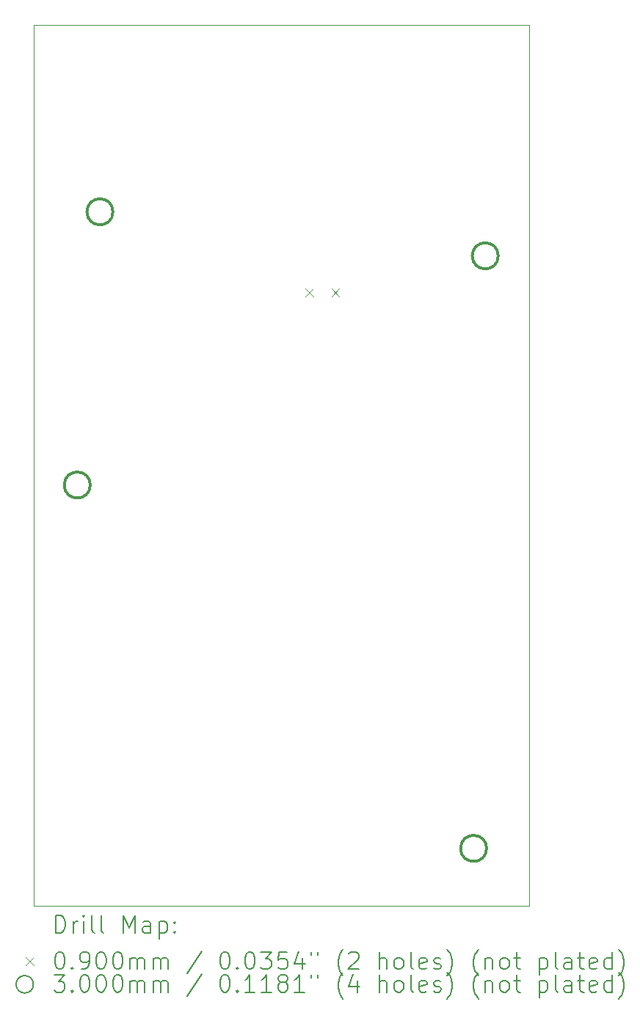
<source format=gbr>
%TF.GenerationSoftware,KiCad,Pcbnew,(6.0.7)*%
%TF.CreationDate,2023-04-24T09:07:53-07:00*%
%TF.ProjectId,OBC-Attempt-2,4f42432d-4174-4746-956d-70742d322e6b,rev?*%
%TF.SameCoordinates,Original*%
%TF.FileFunction,Drillmap*%
%TF.FilePolarity,Positive*%
%FSLAX45Y45*%
G04 Gerber Fmt 4.5, Leading zero omitted, Abs format (unit mm)*
G04 Created by KiCad (PCBNEW (6.0.7)) date 2023-04-24 09:07:53*
%MOMM*%
%LPD*%
G01*
G04 APERTURE LIST*
%ADD10C,0.100000*%
%ADD11C,0.200000*%
%ADD12C,0.090000*%
%ADD13C,0.300000*%
G04 APERTURE END LIST*
D10*
X2540000Y-2540000D02*
X8255000Y-2540000D01*
X8255000Y-2540000D02*
X8255000Y-12700000D01*
X8255000Y-12700000D02*
X2540000Y-12700000D01*
X2540000Y-12700000D02*
X2540000Y-2540000D01*
D11*
D12*
X5674460Y-5584520D02*
X5764460Y-5674520D01*
X5764460Y-5584520D02*
X5674460Y-5674520D01*
X5974460Y-5584520D02*
X6064460Y-5674520D01*
X6064460Y-5584520D02*
X5974460Y-5674520D01*
D13*
X3190340Y-7850040D02*
G75*
G03*
X3190340Y-7850040I-150000J0D01*
G01*
X3452000Y-4699000D02*
G75*
G03*
X3452000Y-4699000I-150000J0D01*
G01*
X7762340Y-12041040D02*
G75*
G03*
X7762340Y-12041040I-150000J0D01*
G01*
X7897000Y-5207000D02*
G75*
G03*
X7897000Y-5207000I-150000J0D01*
G01*
D11*
X2792619Y-13015476D02*
X2792619Y-12815476D01*
X2840238Y-12815476D01*
X2868809Y-12825000D01*
X2887857Y-12844048D01*
X2897381Y-12863095D01*
X2906905Y-12901190D01*
X2906905Y-12929762D01*
X2897381Y-12967857D01*
X2887857Y-12986905D01*
X2868809Y-13005952D01*
X2840238Y-13015476D01*
X2792619Y-13015476D01*
X2992619Y-13015476D02*
X2992619Y-12882143D01*
X2992619Y-12920238D02*
X3002143Y-12901190D01*
X3011667Y-12891667D01*
X3030714Y-12882143D01*
X3049762Y-12882143D01*
X3116428Y-13015476D02*
X3116428Y-12882143D01*
X3116428Y-12815476D02*
X3106905Y-12825000D01*
X3116428Y-12834524D01*
X3125952Y-12825000D01*
X3116428Y-12815476D01*
X3116428Y-12834524D01*
X3240238Y-13015476D02*
X3221190Y-13005952D01*
X3211667Y-12986905D01*
X3211667Y-12815476D01*
X3345000Y-13015476D02*
X3325952Y-13005952D01*
X3316428Y-12986905D01*
X3316428Y-12815476D01*
X3573571Y-13015476D02*
X3573571Y-12815476D01*
X3640238Y-12958333D01*
X3706905Y-12815476D01*
X3706905Y-13015476D01*
X3887857Y-13015476D02*
X3887857Y-12910714D01*
X3878333Y-12891667D01*
X3859286Y-12882143D01*
X3821190Y-12882143D01*
X3802143Y-12891667D01*
X3887857Y-13005952D02*
X3868809Y-13015476D01*
X3821190Y-13015476D01*
X3802143Y-13005952D01*
X3792619Y-12986905D01*
X3792619Y-12967857D01*
X3802143Y-12948809D01*
X3821190Y-12939286D01*
X3868809Y-12939286D01*
X3887857Y-12929762D01*
X3983095Y-12882143D02*
X3983095Y-13082143D01*
X3983095Y-12891667D02*
X4002143Y-12882143D01*
X4040238Y-12882143D01*
X4059286Y-12891667D01*
X4068809Y-12901190D01*
X4078333Y-12920238D01*
X4078333Y-12977381D01*
X4068809Y-12996428D01*
X4059286Y-13005952D01*
X4040238Y-13015476D01*
X4002143Y-13015476D01*
X3983095Y-13005952D01*
X4164048Y-12996428D02*
X4173571Y-13005952D01*
X4164048Y-13015476D01*
X4154524Y-13005952D01*
X4164048Y-12996428D01*
X4164048Y-13015476D01*
X4164048Y-12891667D02*
X4173571Y-12901190D01*
X4164048Y-12910714D01*
X4154524Y-12901190D01*
X4164048Y-12891667D01*
X4164048Y-12910714D01*
D12*
X2445000Y-13300000D02*
X2535000Y-13390000D01*
X2535000Y-13300000D02*
X2445000Y-13390000D01*
D11*
X2830714Y-13235476D02*
X2849762Y-13235476D01*
X2868809Y-13245000D01*
X2878333Y-13254524D01*
X2887857Y-13273571D01*
X2897381Y-13311667D01*
X2897381Y-13359286D01*
X2887857Y-13397381D01*
X2878333Y-13416428D01*
X2868809Y-13425952D01*
X2849762Y-13435476D01*
X2830714Y-13435476D01*
X2811667Y-13425952D01*
X2802143Y-13416428D01*
X2792619Y-13397381D01*
X2783095Y-13359286D01*
X2783095Y-13311667D01*
X2792619Y-13273571D01*
X2802143Y-13254524D01*
X2811667Y-13245000D01*
X2830714Y-13235476D01*
X2983095Y-13416428D02*
X2992619Y-13425952D01*
X2983095Y-13435476D01*
X2973571Y-13425952D01*
X2983095Y-13416428D01*
X2983095Y-13435476D01*
X3087857Y-13435476D02*
X3125952Y-13435476D01*
X3145000Y-13425952D01*
X3154524Y-13416428D01*
X3173571Y-13387857D01*
X3183095Y-13349762D01*
X3183095Y-13273571D01*
X3173571Y-13254524D01*
X3164048Y-13245000D01*
X3145000Y-13235476D01*
X3106905Y-13235476D01*
X3087857Y-13245000D01*
X3078333Y-13254524D01*
X3068809Y-13273571D01*
X3068809Y-13321190D01*
X3078333Y-13340238D01*
X3087857Y-13349762D01*
X3106905Y-13359286D01*
X3145000Y-13359286D01*
X3164048Y-13349762D01*
X3173571Y-13340238D01*
X3183095Y-13321190D01*
X3306905Y-13235476D02*
X3325952Y-13235476D01*
X3345000Y-13245000D01*
X3354524Y-13254524D01*
X3364048Y-13273571D01*
X3373571Y-13311667D01*
X3373571Y-13359286D01*
X3364048Y-13397381D01*
X3354524Y-13416428D01*
X3345000Y-13425952D01*
X3325952Y-13435476D01*
X3306905Y-13435476D01*
X3287857Y-13425952D01*
X3278333Y-13416428D01*
X3268809Y-13397381D01*
X3259286Y-13359286D01*
X3259286Y-13311667D01*
X3268809Y-13273571D01*
X3278333Y-13254524D01*
X3287857Y-13245000D01*
X3306905Y-13235476D01*
X3497381Y-13235476D02*
X3516428Y-13235476D01*
X3535476Y-13245000D01*
X3545000Y-13254524D01*
X3554524Y-13273571D01*
X3564048Y-13311667D01*
X3564048Y-13359286D01*
X3554524Y-13397381D01*
X3545000Y-13416428D01*
X3535476Y-13425952D01*
X3516428Y-13435476D01*
X3497381Y-13435476D01*
X3478333Y-13425952D01*
X3468809Y-13416428D01*
X3459286Y-13397381D01*
X3449762Y-13359286D01*
X3449762Y-13311667D01*
X3459286Y-13273571D01*
X3468809Y-13254524D01*
X3478333Y-13245000D01*
X3497381Y-13235476D01*
X3649762Y-13435476D02*
X3649762Y-13302143D01*
X3649762Y-13321190D02*
X3659286Y-13311667D01*
X3678333Y-13302143D01*
X3706905Y-13302143D01*
X3725952Y-13311667D01*
X3735476Y-13330714D01*
X3735476Y-13435476D01*
X3735476Y-13330714D02*
X3745000Y-13311667D01*
X3764048Y-13302143D01*
X3792619Y-13302143D01*
X3811667Y-13311667D01*
X3821190Y-13330714D01*
X3821190Y-13435476D01*
X3916428Y-13435476D02*
X3916428Y-13302143D01*
X3916428Y-13321190D02*
X3925952Y-13311667D01*
X3945000Y-13302143D01*
X3973571Y-13302143D01*
X3992619Y-13311667D01*
X4002143Y-13330714D01*
X4002143Y-13435476D01*
X4002143Y-13330714D02*
X4011667Y-13311667D01*
X4030714Y-13302143D01*
X4059286Y-13302143D01*
X4078333Y-13311667D01*
X4087857Y-13330714D01*
X4087857Y-13435476D01*
X4478333Y-13225952D02*
X4306905Y-13483095D01*
X4735476Y-13235476D02*
X4754524Y-13235476D01*
X4773571Y-13245000D01*
X4783095Y-13254524D01*
X4792619Y-13273571D01*
X4802143Y-13311667D01*
X4802143Y-13359286D01*
X4792619Y-13397381D01*
X4783095Y-13416428D01*
X4773571Y-13425952D01*
X4754524Y-13435476D01*
X4735476Y-13435476D01*
X4716429Y-13425952D01*
X4706905Y-13416428D01*
X4697381Y-13397381D01*
X4687857Y-13359286D01*
X4687857Y-13311667D01*
X4697381Y-13273571D01*
X4706905Y-13254524D01*
X4716429Y-13245000D01*
X4735476Y-13235476D01*
X4887857Y-13416428D02*
X4897381Y-13425952D01*
X4887857Y-13435476D01*
X4878333Y-13425952D01*
X4887857Y-13416428D01*
X4887857Y-13435476D01*
X5021190Y-13235476D02*
X5040238Y-13235476D01*
X5059286Y-13245000D01*
X5068810Y-13254524D01*
X5078333Y-13273571D01*
X5087857Y-13311667D01*
X5087857Y-13359286D01*
X5078333Y-13397381D01*
X5068810Y-13416428D01*
X5059286Y-13425952D01*
X5040238Y-13435476D01*
X5021190Y-13435476D01*
X5002143Y-13425952D01*
X4992619Y-13416428D01*
X4983095Y-13397381D01*
X4973571Y-13359286D01*
X4973571Y-13311667D01*
X4983095Y-13273571D01*
X4992619Y-13254524D01*
X5002143Y-13245000D01*
X5021190Y-13235476D01*
X5154524Y-13235476D02*
X5278333Y-13235476D01*
X5211667Y-13311667D01*
X5240238Y-13311667D01*
X5259286Y-13321190D01*
X5268810Y-13330714D01*
X5278333Y-13349762D01*
X5278333Y-13397381D01*
X5268810Y-13416428D01*
X5259286Y-13425952D01*
X5240238Y-13435476D01*
X5183095Y-13435476D01*
X5164048Y-13425952D01*
X5154524Y-13416428D01*
X5459286Y-13235476D02*
X5364048Y-13235476D01*
X5354524Y-13330714D01*
X5364048Y-13321190D01*
X5383095Y-13311667D01*
X5430714Y-13311667D01*
X5449762Y-13321190D01*
X5459286Y-13330714D01*
X5468810Y-13349762D01*
X5468810Y-13397381D01*
X5459286Y-13416428D01*
X5449762Y-13425952D01*
X5430714Y-13435476D01*
X5383095Y-13435476D01*
X5364048Y-13425952D01*
X5354524Y-13416428D01*
X5640238Y-13302143D02*
X5640238Y-13435476D01*
X5592619Y-13225952D02*
X5545000Y-13368809D01*
X5668809Y-13368809D01*
X5735476Y-13235476D02*
X5735476Y-13273571D01*
X5811667Y-13235476D02*
X5811667Y-13273571D01*
X6106905Y-13511667D02*
X6097381Y-13502143D01*
X6078333Y-13473571D01*
X6068809Y-13454524D01*
X6059286Y-13425952D01*
X6049762Y-13378333D01*
X6049762Y-13340238D01*
X6059286Y-13292619D01*
X6068809Y-13264048D01*
X6078333Y-13245000D01*
X6097381Y-13216428D01*
X6106905Y-13206905D01*
X6173571Y-13254524D02*
X6183095Y-13245000D01*
X6202143Y-13235476D01*
X6249762Y-13235476D01*
X6268809Y-13245000D01*
X6278333Y-13254524D01*
X6287857Y-13273571D01*
X6287857Y-13292619D01*
X6278333Y-13321190D01*
X6164048Y-13435476D01*
X6287857Y-13435476D01*
X6525952Y-13435476D02*
X6525952Y-13235476D01*
X6611667Y-13435476D02*
X6611667Y-13330714D01*
X6602143Y-13311667D01*
X6583095Y-13302143D01*
X6554524Y-13302143D01*
X6535476Y-13311667D01*
X6525952Y-13321190D01*
X6735476Y-13435476D02*
X6716428Y-13425952D01*
X6706905Y-13416428D01*
X6697381Y-13397381D01*
X6697381Y-13340238D01*
X6706905Y-13321190D01*
X6716428Y-13311667D01*
X6735476Y-13302143D01*
X6764048Y-13302143D01*
X6783095Y-13311667D01*
X6792619Y-13321190D01*
X6802143Y-13340238D01*
X6802143Y-13397381D01*
X6792619Y-13416428D01*
X6783095Y-13425952D01*
X6764048Y-13435476D01*
X6735476Y-13435476D01*
X6916428Y-13435476D02*
X6897381Y-13425952D01*
X6887857Y-13406905D01*
X6887857Y-13235476D01*
X7068809Y-13425952D02*
X7049762Y-13435476D01*
X7011667Y-13435476D01*
X6992619Y-13425952D01*
X6983095Y-13406905D01*
X6983095Y-13330714D01*
X6992619Y-13311667D01*
X7011667Y-13302143D01*
X7049762Y-13302143D01*
X7068809Y-13311667D01*
X7078333Y-13330714D01*
X7078333Y-13349762D01*
X6983095Y-13368809D01*
X7154524Y-13425952D02*
X7173571Y-13435476D01*
X7211667Y-13435476D01*
X7230714Y-13425952D01*
X7240238Y-13406905D01*
X7240238Y-13397381D01*
X7230714Y-13378333D01*
X7211667Y-13368809D01*
X7183095Y-13368809D01*
X7164048Y-13359286D01*
X7154524Y-13340238D01*
X7154524Y-13330714D01*
X7164048Y-13311667D01*
X7183095Y-13302143D01*
X7211667Y-13302143D01*
X7230714Y-13311667D01*
X7306905Y-13511667D02*
X7316428Y-13502143D01*
X7335476Y-13473571D01*
X7345000Y-13454524D01*
X7354524Y-13425952D01*
X7364048Y-13378333D01*
X7364048Y-13340238D01*
X7354524Y-13292619D01*
X7345000Y-13264048D01*
X7335476Y-13245000D01*
X7316428Y-13216428D01*
X7306905Y-13206905D01*
X7668809Y-13511667D02*
X7659286Y-13502143D01*
X7640238Y-13473571D01*
X7630714Y-13454524D01*
X7621190Y-13425952D01*
X7611667Y-13378333D01*
X7611667Y-13340238D01*
X7621190Y-13292619D01*
X7630714Y-13264048D01*
X7640238Y-13245000D01*
X7659286Y-13216428D01*
X7668809Y-13206905D01*
X7745000Y-13302143D02*
X7745000Y-13435476D01*
X7745000Y-13321190D02*
X7754524Y-13311667D01*
X7773571Y-13302143D01*
X7802143Y-13302143D01*
X7821190Y-13311667D01*
X7830714Y-13330714D01*
X7830714Y-13435476D01*
X7954524Y-13435476D02*
X7935476Y-13425952D01*
X7925952Y-13416428D01*
X7916428Y-13397381D01*
X7916428Y-13340238D01*
X7925952Y-13321190D01*
X7935476Y-13311667D01*
X7954524Y-13302143D01*
X7983095Y-13302143D01*
X8002143Y-13311667D01*
X8011667Y-13321190D01*
X8021190Y-13340238D01*
X8021190Y-13397381D01*
X8011667Y-13416428D01*
X8002143Y-13425952D01*
X7983095Y-13435476D01*
X7954524Y-13435476D01*
X8078333Y-13302143D02*
X8154524Y-13302143D01*
X8106905Y-13235476D02*
X8106905Y-13406905D01*
X8116428Y-13425952D01*
X8135476Y-13435476D01*
X8154524Y-13435476D01*
X8373571Y-13302143D02*
X8373571Y-13502143D01*
X8373571Y-13311667D02*
X8392619Y-13302143D01*
X8430714Y-13302143D01*
X8449762Y-13311667D01*
X8459286Y-13321190D01*
X8468810Y-13340238D01*
X8468810Y-13397381D01*
X8459286Y-13416428D01*
X8449762Y-13425952D01*
X8430714Y-13435476D01*
X8392619Y-13435476D01*
X8373571Y-13425952D01*
X8583095Y-13435476D02*
X8564048Y-13425952D01*
X8554524Y-13406905D01*
X8554524Y-13235476D01*
X8745000Y-13435476D02*
X8745000Y-13330714D01*
X8735476Y-13311667D01*
X8716429Y-13302143D01*
X8678333Y-13302143D01*
X8659286Y-13311667D01*
X8745000Y-13425952D02*
X8725952Y-13435476D01*
X8678333Y-13435476D01*
X8659286Y-13425952D01*
X8649762Y-13406905D01*
X8649762Y-13387857D01*
X8659286Y-13368809D01*
X8678333Y-13359286D01*
X8725952Y-13359286D01*
X8745000Y-13349762D01*
X8811667Y-13302143D02*
X8887857Y-13302143D01*
X8840238Y-13235476D02*
X8840238Y-13406905D01*
X8849762Y-13425952D01*
X8868810Y-13435476D01*
X8887857Y-13435476D01*
X9030714Y-13425952D02*
X9011667Y-13435476D01*
X8973571Y-13435476D01*
X8954524Y-13425952D01*
X8945000Y-13406905D01*
X8945000Y-13330714D01*
X8954524Y-13311667D01*
X8973571Y-13302143D01*
X9011667Y-13302143D01*
X9030714Y-13311667D01*
X9040238Y-13330714D01*
X9040238Y-13349762D01*
X8945000Y-13368809D01*
X9211667Y-13435476D02*
X9211667Y-13235476D01*
X9211667Y-13425952D02*
X9192619Y-13435476D01*
X9154524Y-13435476D01*
X9135476Y-13425952D01*
X9125952Y-13416428D01*
X9116429Y-13397381D01*
X9116429Y-13340238D01*
X9125952Y-13321190D01*
X9135476Y-13311667D01*
X9154524Y-13302143D01*
X9192619Y-13302143D01*
X9211667Y-13311667D01*
X9287857Y-13511667D02*
X9297381Y-13502143D01*
X9316429Y-13473571D01*
X9325952Y-13454524D01*
X9335476Y-13425952D01*
X9345000Y-13378333D01*
X9345000Y-13340238D01*
X9335476Y-13292619D01*
X9325952Y-13264048D01*
X9316429Y-13245000D01*
X9297381Y-13216428D01*
X9287857Y-13206905D01*
X2535000Y-13609000D02*
G75*
G03*
X2535000Y-13609000I-100000J0D01*
G01*
X2773571Y-13499476D02*
X2897381Y-13499476D01*
X2830714Y-13575667D01*
X2859286Y-13575667D01*
X2878333Y-13585190D01*
X2887857Y-13594714D01*
X2897381Y-13613762D01*
X2897381Y-13661381D01*
X2887857Y-13680428D01*
X2878333Y-13689952D01*
X2859286Y-13699476D01*
X2802143Y-13699476D01*
X2783095Y-13689952D01*
X2773571Y-13680428D01*
X2983095Y-13680428D02*
X2992619Y-13689952D01*
X2983095Y-13699476D01*
X2973571Y-13689952D01*
X2983095Y-13680428D01*
X2983095Y-13699476D01*
X3116428Y-13499476D02*
X3135476Y-13499476D01*
X3154524Y-13509000D01*
X3164048Y-13518524D01*
X3173571Y-13537571D01*
X3183095Y-13575667D01*
X3183095Y-13623286D01*
X3173571Y-13661381D01*
X3164048Y-13680428D01*
X3154524Y-13689952D01*
X3135476Y-13699476D01*
X3116428Y-13699476D01*
X3097381Y-13689952D01*
X3087857Y-13680428D01*
X3078333Y-13661381D01*
X3068809Y-13623286D01*
X3068809Y-13575667D01*
X3078333Y-13537571D01*
X3087857Y-13518524D01*
X3097381Y-13509000D01*
X3116428Y-13499476D01*
X3306905Y-13499476D02*
X3325952Y-13499476D01*
X3345000Y-13509000D01*
X3354524Y-13518524D01*
X3364048Y-13537571D01*
X3373571Y-13575667D01*
X3373571Y-13623286D01*
X3364048Y-13661381D01*
X3354524Y-13680428D01*
X3345000Y-13689952D01*
X3325952Y-13699476D01*
X3306905Y-13699476D01*
X3287857Y-13689952D01*
X3278333Y-13680428D01*
X3268809Y-13661381D01*
X3259286Y-13623286D01*
X3259286Y-13575667D01*
X3268809Y-13537571D01*
X3278333Y-13518524D01*
X3287857Y-13509000D01*
X3306905Y-13499476D01*
X3497381Y-13499476D02*
X3516428Y-13499476D01*
X3535476Y-13509000D01*
X3545000Y-13518524D01*
X3554524Y-13537571D01*
X3564048Y-13575667D01*
X3564048Y-13623286D01*
X3554524Y-13661381D01*
X3545000Y-13680428D01*
X3535476Y-13689952D01*
X3516428Y-13699476D01*
X3497381Y-13699476D01*
X3478333Y-13689952D01*
X3468809Y-13680428D01*
X3459286Y-13661381D01*
X3449762Y-13623286D01*
X3449762Y-13575667D01*
X3459286Y-13537571D01*
X3468809Y-13518524D01*
X3478333Y-13509000D01*
X3497381Y-13499476D01*
X3649762Y-13699476D02*
X3649762Y-13566143D01*
X3649762Y-13585190D02*
X3659286Y-13575667D01*
X3678333Y-13566143D01*
X3706905Y-13566143D01*
X3725952Y-13575667D01*
X3735476Y-13594714D01*
X3735476Y-13699476D01*
X3735476Y-13594714D02*
X3745000Y-13575667D01*
X3764048Y-13566143D01*
X3792619Y-13566143D01*
X3811667Y-13575667D01*
X3821190Y-13594714D01*
X3821190Y-13699476D01*
X3916428Y-13699476D02*
X3916428Y-13566143D01*
X3916428Y-13585190D02*
X3925952Y-13575667D01*
X3945000Y-13566143D01*
X3973571Y-13566143D01*
X3992619Y-13575667D01*
X4002143Y-13594714D01*
X4002143Y-13699476D01*
X4002143Y-13594714D02*
X4011667Y-13575667D01*
X4030714Y-13566143D01*
X4059286Y-13566143D01*
X4078333Y-13575667D01*
X4087857Y-13594714D01*
X4087857Y-13699476D01*
X4478333Y-13489952D02*
X4306905Y-13747095D01*
X4735476Y-13499476D02*
X4754524Y-13499476D01*
X4773571Y-13509000D01*
X4783095Y-13518524D01*
X4792619Y-13537571D01*
X4802143Y-13575667D01*
X4802143Y-13623286D01*
X4792619Y-13661381D01*
X4783095Y-13680428D01*
X4773571Y-13689952D01*
X4754524Y-13699476D01*
X4735476Y-13699476D01*
X4716429Y-13689952D01*
X4706905Y-13680428D01*
X4697381Y-13661381D01*
X4687857Y-13623286D01*
X4687857Y-13575667D01*
X4697381Y-13537571D01*
X4706905Y-13518524D01*
X4716429Y-13509000D01*
X4735476Y-13499476D01*
X4887857Y-13680428D02*
X4897381Y-13689952D01*
X4887857Y-13699476D01*
X4878333Y-13689952D01*
X4887857Y-13680428D01*
X4887857Y-13699476D01*
X5087857Y-13699476D02*
X4973571Y-13699476D01*
X5030714Y-13699476D02*
X5030714Y-13499476D01*
X5011667Y-13528048D01*
X4992619Y-13547095D01*
X4973571Y-13556619D01*
X5278333Y-13699476D02*
X5164048Y-13699476D01*
X5221190Y-13699476D02*
X5221190Y-13499476D01*
X5202143Y-13528048D01*
X5183095Y-13547095D01*
X5164048Y-13556619D01*
X5392619Y-13585190D02*
X5373571Y-13575667D01*
X5364048Y-13566143D01*
X5354524Y-13547095D01*
X5354524Y-13537571D01*
X5364048Y-13518524D01*
X5373571Y-13509000D01*
X5392619Y-13499476D01*
X5430714Y-13499476D01*
X5449762Y-13509000D01*
X5459286Y-13518524D01*
X5468810Y-13537571D01*
X5468810Y-13547095D01*
X5459286Y-13566143D01*
X5449762Y-13575667D01*
X5430714Y-13585190D01*
X5392619Y-13585190D01*
X5373571Y-13594714D01*
X5364048Y-13604238D01*
X5354524Y-13623286D01*
X5354524Y-13661381D01*
X5364048Y-13680428D01*
X5373571Y-13689952D01*
X5392619Y-13699476D01*
X5430714Y-13699476D01*
X5449762Y-13689952D01*
X5459286Y-13680428D01*
X5468810Y-13661381D01*
X5468810Y-13623286D01*
X5459286Y-13604238D01*
X5449762Y-13594714D01*
X5430714Y-13585190D01*
X5659286Y-13699476D02*
X5545000Y-13699476D01*
X5602143Y-13699476D02*
X5602143Y-13499476D01*
X5583095Y-13528048D01*
X5564048Y-13547095D01*
X5545000Y-13556619D01*
X5735476Y-13499476D02*
X5735476Y-13537571D01*
X5811667Y-13499476D02*
X5811667Y-13537571D01*
X6106905Y-13775667D02*
X6097381Y-13766143D01*
X6078333Y-13737571D01*
X6068809Y-13718524D01*
X6059286Y-13689952D01*
X6049762Y-13642333D01*
X6049762Y-13604238D01*
X6059286Y-13556619D01*
X6068809Y-13528048D01*
X6078333Y-13509000D01*
X6097381Y-13480428D01*
X6106905Y-13470905D01*
X6268809Y-13566143D02*
X6268809Y-13699476D01*
X6221190Y-13489952D02*
X6173571Y-13632809D01*
X6297381Y-13632809D01*
X6525952Y-13699476D02*
X6525952Y-13499476D01*
X6611667Y-13699476D02*
X6611667Y-13594714D01*
X6602143Y-13575667D01*
X6583095Y-13566143D01*
X6554524Y-13566143D01*
X6535476Y-13575667D01*
X6525952Y-13585190D01*
X6735476Y-13699476D02*
X6716428Y-13689952D01*
X6706905Y-13680428D01*
X6697381Y-13661381D01*
X6697381Y-13604238D01*
X6706905Y-13585190D01*
X6716428Y-13575667D01*
X6735476Y-13566143D01*
X6764048Y-13566143D01*
X6783095Y-13575667D01*
X6792619Y-13585190D01*
X6802143Y-13604238D01*
X6802143Y-13661381D01*
X6792619Y-13680428D01*
X6783095Y-13689952D01*
X6764048Y-13699476D01*
X6735476Y-13699476D01*
X6916428Y-13699476D02*
X6897381Y-13689952D01*
X6887857Y-13670905D01*
X6887857Y-13499476D01*
X7068809Y-13689952D02*
X7049762Y-13699476D01*
X7011667Y-13699476D01*
X6992619Y-13689952D01*
X6983095Y-13670905D01*
X6983095Y-13594714D01*
X6992619Y-13575667D01*
X7011667Y-13566143D01*
X7049762Y-13566143D01*
X7068809Y-13575667D01*
X7078333Y-13594714D01*
X7078333Y-13613762D01*
X6983095Y-13632809D01*
X7154524Y-13689952D02*
X7173571Y-13699476D01*
X7211667Y-13699476D01*
X7230714Y-13689952D01*
X7240238Y-13670905D01*
X7240238Y-13661381D01*
X7230714Y-13642333D01*
X7211667Y-13632809D01*
X7183095Y-13632809D01*
X7164048Y-13623286D01*
X7154524Y-13604238D01*
X7154524Y-13594714D01*
X7164048Y-13575667D01*
X7183095Y-13566143D01*
X7211667Y-13566143D01*
X7230714Y-13575667D01*
X7306905Y-13775667D02*
X7316428Y-13766143D01*
X7335476Y-13737571D01*
X7345000Y-13718524D01*
X7354524Y-13689952D01*
X7364048Y-13642333D01*
X7364048Y-13604238D01*
X7354524Y-13556619D01*
X7345000Y-13528048D01*
X7335476Y-13509000D01*
X7316428Y-13480428D01*
X7306905Y-13470905D01*
X7668809Y-13775667D02*
X7659286Y-13766143D01*
X7640238Y-13737571D01*
X7630714Y-13718524D01*
X7621190Y-13689952D01*
X7611667Y-13642333D01*
X7611667Y-13604238D01*
X7621190Y-13556619D01*
X7630714Y-13528048D01*
X7640238Y-13509000D01*
X7659286Y-13480428D01*
X7668809Y-13470905D01*
X7745000Y-13566143D02*
X7745000Y-13699476D01*
X7745000Y-13585190D02*
X7754524Y-13575667D01*
X7773571Y-13566143D01*
X7802143Y-13566143D01*
X7821190Y-13575667D01*
X7830714Y-13594714D01*
X7830714Y-13699476D01*
X7954524Y-13699476D02*
X7935476Y-13689952D01*
X7925952Y-13680428D01*
X7916428Y-13661381D01*
X7916428Y-13604238D01*
X7925952Y-13585190D01*
X7935476Y-13575667D01*
X7954524Y-13566143D01*
X7983095Y-13566143D01*
X8002143Y-13575667D01*
X8011667Y-13585190D01*
X8021190Y-13604238D01*
X8021190Y-13661381D01*
X8011667Y-13680428D01*
X8002143Y-13689952D01*
X7983095Y-13699476D01*
X7954524Y-13699476D01*
X8078333Y-13566143D02*
X8154524Y-13566143D01*
X8106905Y-13499476D02*
X8106905Y-13670905D01*
X8116428Y-13689952D01*
X8135476Y-13699476D01*
X8154524Y-13699476D01*
X8373571Y-13566143D02*
X8373571Y-13766143D01*
X8373571Y-13575667D02*
X8392619Y-13566143D01*
X8430714Y-13566143D01*
X8449762Y-13575667D01*
X8459286Y-13585190D01*
X8468810Y-13604238D01*
X8468810Y-13661381D01*
X8459286Y-13680428D01*
X8449762Y-13689952D01*
X8430714Y-13699476D01*
X8392619Y-13699476D01*
X8373571Y-13689952D01*
X8583095Y-13699476D02*
X8564048Y-13689952D01*
X8554524Y-13670905D01*
X8554524Y-13499476D01*
X8745000Y-13699476D02*
X8745000Y-13594714D01*
X8735476Y-13575667D01*
X8716429Y-13566143D01*
X8678333Y-13566143D01*
X8659286Y-13575667D01*
X8745000Y-13689952D02*
X8725952Y-13699476D01*
X8678333Y-13699476D01*
X8659286Y-13689952D01*
X8649762Y-13670905D01*
X8649762Y-13651857D01*
X8659286Y-13632809D01*
X8678333Y-13623286D01*
X8725952Y-13623286D01*
X8745000Y-13613762D01*
X8811667Y-13566143D02*
X8887857Y-13566143D01*
X8840238Y-13499476D02*
X8840238Y-13670905D01*
X8849762Y-13689952D01*
X8868810Y-13699476D01*
X8887857Y-13699476D01*
X9030714Y-13689952D02*
X9011667Y-13699476D01*
X8973571Y-13699476D01*
X8954524Y-13689952D01*
X8945000Y-13670905D01*
X8945000Y-13594714D01*
X8954524Y-13575667D01*
X8973571Y-13566143D01*
X9011667Y-13566143D01*
X9030714Y-13575667D01*
X9040238Y-13594714D01*
X9040238Y-13613762D01*
X8945000Y-13632809D01*
X9211667Y-13699476D02*
X9211667Y-13499476D01*
X9211667Y-13689952D02*
X9192619Y-13699476D01*
X9154524Y-13699476D01*
X9135476Y-13689952D01*
X9125952Y-13680428D01*
X9116429Y-13661381D01*
X9116429Y-13604238D01*
X9125952Y-13585190D01*
X9135476Y-13575667D01*
X9154524Y-13566143D01*
X9192619Y-13566143D01*
X9211667Y-13575667D01*
X9287857Y-13775667D02*
X9297381Y-13766143D01*
X9316429Y-13737571D01*
X9325952Y-13718524D01*
X9335476Y-13689952D01*
X9345000Y-13642333D01*
X9345000Y-13604238D01*
X9335476Y-13556619D01*
X9325952Y-13528048D01*
X9316429Y-13509000D01*
X9297381Y-13480428D01*
X9287857Y-13470905D01*
M02*

</source>
